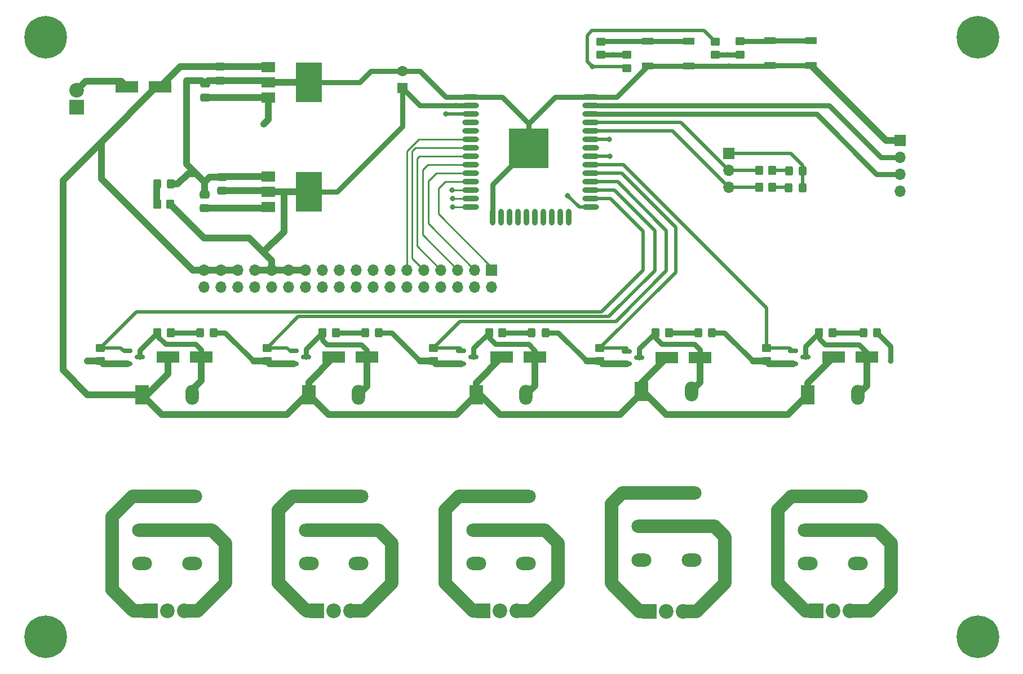
<source format=gbr>
%TF.GenerationSoftware,KiCad,Pcbnew,(6.0.5)*%
%TF.CreationDate,2022-06-14T15:57:39+02:00*%
%TF.ProjectId,SmartWatering,536d6172-7457-4617-9465-72696e672e6b,rev?*%
%TF.SameCoordinates,Original*%
%TF.FileFunction,Copper,L1,Top*%
%TF.FilePolarity,Positive*%
%FSLAX46Y46*%
G04 Gerber Fmt 4.6, Leading zero omitted, Abs format (unit mm)*
G04 Created by KiCad (PCBNEW (6.0.5)) date 2022-06-14 15:57:39*
%MOMM*%
%LPD*%
G01*
G04 APERTURE LIST*
G04 Aperture macros list*
%AMRoundRect*
0 Rectangle with rounded corners*
0 $1 Rounding radius*
0 $2 $3 $4 $5 $6 $7 $8 $9 X,Y pos of 4 corners*
0 Add a 4 corners polygon primitive as box body*
4,1,4,$2,$3,$4,$5,$6,$7,$8,$9,$2,$3,0*
0 Add four circle primitives for the rounded corners*
1,1,$1+$1,$2,$3*
1,1,$1+$1,$4,$5*
1,1,$1+$1,$6,$7*
1,1,$1+$1,$8,$9*
0 Add four rect primitives between the rounded corners*
20,1,$1+$1,$2,$3,$4,$5,0*
20,1,$1+$1,$4,$5,$6,$7,0*
20,1,$1+$1,$6,$7,$8,$9,0*
20,1,$1+$1,$8,$9,$2,$3,0*%
G04 Aperture macros list end*
%TA.AperFunction,SMDPad,CuDef*%
%ADD10R,2.000000X1.500000*%
%TD*%
%TA.AperFunction,SMDPad,CuDef*%
%ADD11R,4.000000X6.000000*%
%TD*%
%TA.AperFunction,ComponentPad*%
%ADD12O,3.000000X2.000000*%
%TD*%
%TA.AperFunction,ComponentPad*%
%ADD13R,2.000000X3.000000*%
%TD*%
%TA.AperFunction,ComponentPad*%
%ADD14O,2.000000X3.000000*%
%TD*%
%TA.AperFunction,ComponentPad*%
%ADD15R,1.700000X1.700000*%
%TD*%
%TA.AperFunction,ComponentPad*%
%ADD16O,1.700000X1.700000*%
%TD*%
%TA.AperFunction,SMDPad,CuDef*%
%ADD17RoundRect,0.250000X-0.350000X-0.450000X0.350000X-0.450000X0.350000X0.450000X-0.350000X0.450000X0*%
%TD*%
%TA.AperFunction,SMDPad,CuDef*%
%ADD18RoundRect,0.250000X0.325000X0.450000X-0.325000X0.450000X-0.325000X-0.450000X0.325000X-0.450000X0*%
%TD*%
%TA.AperFunction,ComponentPad*%
%ADD19C,0.800000*%
%TD*%
%TA.AperFunction,ComponentPad*%
%ADD20C,6.400000*%
%TD*%
%TA.AperFunction,SMDPad,CuDef*%
%ADD21RoundRect,0.150000X-0.587500X-0.150000X0.587500X-0.150000X0.587500X0.150000X-0.587500X0.150000X0*%
%TD*%
%TA.AperFunction,ComponentPad*%
%ADD22R,2.200000X2.200000*%
%TD*%
%TA.AperFunction,ComponentPad*%
%ADD23C,2.200000*%
%TD*%
%TA.AperFunction,ComponentPad*%
%ADD24R,1.600000X1.600000*%
%TD*%
%TA.AperFunction,ComponentPad*%
%ADD25C,1.600000*%
%TD*%
%TA.AperFunction,SMDPad,CuDef*%
%ADD26R,3.500000X1.800000*%
%TD*%
%TA.AperFunction,SMDPad,CuDef*%
%ADD27RoundRect,0.250000X-0.450000X0.350000X-0.450000X-0.350000X0.450000X-0.350000X0.450000X0.350000X0*%
%TD*%
%TA.AperFunction,SMDPad,CuDef*%
%ADD28RoundRect,0.250000X0.450000X-0.350000X0.450000X0.350000X-0.450000X0.350000X-0.450000X-0.350000X0*%
%TD*%
%TA.AperFunction,SMDPad,CuDef*%
%ADD29RoundRect,0.250000X0.475000X-0.337500X0.475000X0.337500X-0.475000X0.337500X-0.475000X-0.337500X0*%
%TD*%
%TA.AperFunction,SMDPad,CuDef*%
%ADD30R,1.800000X1.100000*%
%TD*%
%TA.AperFunction,SMDPad,CuDef*%
%ADD31RoundRect,0.250000X0.350000X0.450000X-0.350000X0.450000X-0.350000X-0.450000X0.350000X-0.450000X0*%
%TD*%
%TA.AperFunction,SMDPad,CuDef*%
%ADD32O,2.500000X0.900000*%
%TD*%
%TA.AperFunction,SMDPad,CuDef*%
%ADD33O,0.900000X2.500000*%
%TD*%
%TA.AperFunction,SMDPad,CuDef*%
%ADD34R,6.000000X6.000000*%
%TD*%
%TA.AperFunction,SMDPad,CuDef*%
%ADD35RoundRect,0.250000X-0.475000X0.337500X-0.475000X-0.337500X0.475000X-0.337500X0.475000X0.337500X0*%
%TD*%
%TA.AperFunction,ViaPad*%
%ADD36C,0.800000*%
%TD*%
%TA.AperFunction,Conductor*%
%ADD37C,2.000000*%
%TD*%
%TA.AperFunction,Conductor*%
%ADD38C,0.750000*%
%TD*%
%TA.AperFunction,Conductor*%
%ADD39C,1.000000*%
%TD*%
%TA.AperFunction,Conductor*%
%ADD40C,0.500000*%
%TD*%
%TA.AperFunction,Conductor*%
%ADD41C,0.250000*%
%TD*%
G04 APERTURE END LIST*
D10*
%TO.P,U2,1,IN*%
%TO.N,VDD*%
X58428900Y-29501200D03*
%TO.P,U2,2,GND*%
%TO.N,GND*%
X58428900Y-31801200D03*
D11*
X64578900Y-31801200D03*
D10*
%TO.P,U2,3,OUT*%
%TO.N,+5V*%
X58428900Y-34101200D03*
%TD*%
%TO.P,U3,1,GND*%
%TO.N,GND*%
X58428900Y-45925000D03*
%TO.P,U3,2,VO*%
%TO.N,+3V3*%
X58428900Y-48225000D03*
D11*
X64578900Y-48225000D03*
D10*
%TO.P,U3,3,VI*%
%TO.N,VDD*%
X58428900Y-50525000D03*
%TD*%
D12*
%TO.P,K2,11*%
%TO.N,Net-(J2-Pad3)*%
X72000000Y-99000000D03*
X64500000Y-99000000D03*
%TO.P,K2,12*%
%TO.N,Net-(J2-Pad1)*%
X64500000Y-93960000D03*
X72000000Y-93960000D03*
%TO.P,K2,14*%
%TO.N,Net-(J2-Pad2)*%
X72000000Y-104040000D03*
X64500000Y-104040000D03*
D13*
%TO.P,K2,A1*%
%TO.N,VDD*%
X64500000Y-78700000D03*
D14*
%TO.P,K2,A2*%
%TO.N,Net-(D2-Pad1)*%
X72000000Y-78700000D03*
%TD*%
D15*
%TO.P,J8,1,Pin_1*%
%TO.N,GND*%
X127630000Y-42470000D03*
D16*
%TO.P,J8,2,Pin_2*%
%TO.N,/RX*%
X127630000Y-45010000D03*
%TO.P,J8,3,Pin_3*%
%TO.N,/TX*%
X127630000Y-47550000D03*
%TD*%
D17*
%TO.P,R11,1*%
%TO.N,Net-(D1-Pad1)*%
X41757500Y-69360000D03*
%TO.P,R11,2*%
%TO.N,Net-(D8-Pad2)*%
X43757500Y-69360000D03*
%TD*%
D18*
%TO.P,D9,1,K*%
%TO.N,GND*%
X75036668Y-69360000D03*
%TO.P,D9,2,A*%
%TO.N,Net-(D9-Pad2)*%
X72986668Y-69360000D03*
%TD*%
D19*
%TO.P, ,1*%
%TO.N,N/C*%
X23302944Y-26697056D03*
X25000000Y-27400000D03*
D20*
X25000000Y-25000000D03*
D19*
X26697056Y-26697056D03*
X27400000Y-25000000D03*
X23302944Y-23302944D03*
X22600000Y-25000000D03*
X25000000Y-22600000D03*
X26697056Y-23302944D03*
%TD*%
D21*
%TO.P,Q3,1,G*%
%TO.N,/Relay3*%
X87402500Y-72120000D03*
%TO.P,Q3,2,S*%
%TO.N,GND*%
X87402500Y-74020000D03*
%TO.P,Q3,3,D*%
%TO.N,Net-(D3-Pad1)*%
X89277500Y-73070000D03*
%TD*%
D18*
%TO.P,D8,1,K*%
%TO.N,GND*%
X50224168Y-69360000D03*
%TO.P,D8,2,A*%
%TO.N,Net-(D8-Pad2)*%
X48174168Y-69360000D03*
%TD*%
D21*
%TO.P,Q4,1,G*%
%TO.N,/Relay4*%
X112312500Y-72140000D03*
%TO.P,Q4,2,S*%
%TO.N,GND*%
X112312500Y-74040000D03*
%TO.P,Q4,3,D*%
%TO.N,Net-(D4-Pad1)*%
X114187500Y-73090000D03*
%TD*%
D22*
%TO.P,J4,1,Pin_1*%
%TO.N,Net-(J4-Pad1)*%
X115710000Y-111190000D03*
D23*
%TO.P,J4,2,Pin_2*%
%TO.N,Net-(J4-Pad2)*%
X118250000Y-111190000D03*
%TO.P,J4,3,Pin_3*%
%TO.N,Net-(J4-Pad3)*%
X120790000Y-111190000D03*
%TD*%
D24*
%TO.P,C1,1*%
%TO.N,+3V3*%
X78610000Y-32622380D03*
D25*
%TO.P,C1,2*%
%TO.N,GND*%
X78610000Y-30122380D03*
%TD*%
D12*
%TO.P,K3,11*%
%TO.N,Net-(J3-Pad3)*%
X97170000Y-99000000D03*
X89670000Y-99000000D03*
%TO.P,K3,12*%
%TO.N,Net-(J3-Pad1)*%
X97170000Y-93960000D03*
X89670000Y-93960000D03*
%TO.P,K3,14*%
%TO.N,Net-(J3-Pad2)*%
X89670000Y-104040000D03*
X97170000Y-104040000D03*
D13*
%TO.P,K3,A1*%
%TO.N,VDD*%
X89670000Y-78700000D03*
D14*
%TO.P,K3,A2*%
%TO.N,Net-(D3-Pad1)*%
X97170000Y-78700000D03*
%TD*%
D15*
%TO.P,J9,1,Pin_1*%
%TO.N,/IO26*%
X91985000Y-59955000D03*
D16*
%TO.P,J9,2,Pin_2*%
%TO.N,/IO27*%
X91985000Y-62495000D03*
%TO.P,J9,3,Pin_3*%
%TO.N,/IO25*%
X89445000Y-59955000D03*
%TO.P,J9,4,Pin_4*%
%TO.N,/IO14*%
X89445000Y-62495000D03*
%TO.P,J9,5,Pin_5*%
%TO.N,/IO33*%
X86905000Y-59955000D03*
%TO.P,J9,6,Pin_6*%
%TO.N,/IO12*%
X86905000Y-62495000D03*
%TO.P,J9,7,Pin_7*%
%TO.N,/IO32*%
X84365000Y-59955000D03*
%TO.P,J9,8,Pin_8*%
%TO.N,/IO21*%
X84365000Y-62495000D03*
%TO.P,J9,9,Pin_9*%
%TO.N,/IO35*%
X81825000Y-59955000D03*
%TO.P,J9,10,Pin_10*%
%TO.N,/IO19*%
X81825000Y-62495000D03*
%TO.P,J9,11,Pin_11*%
%TO.N,/IO34*%
X79285000Y-59955000D03*
%TO.P,J9,12,Pin_12*%
%TO.N,GND*%
X79285000Y-62495000D03*
%TO.P,J9,13,Pin_13*%
%TO.N,+5V*%
X76745000Y-59955000D03*
%TO.P,J9,14,Pin_14*%
%TO.N,GND*%
X76745000Y-62495000D03*
%TO.P,J9,15,Pin_15*%
%TO.N,+5V*%
X74205000Y-59955000D03*
%TO.P,J9,16,Pin_16*%
%TO.N,GND*%
X74205000Y-62495000D03*
%TO.P,J9,17,Pin_17*%
%TO.N,+5V*%
X71665000Y-59955000D03*
%TO.P,J9,18,Pin_18*%
%TO.N,GND*%
X71665000Y-62495000D03*
%TO.P,J9,19,Pin_19*%
%TO.N,+5V*%
X69125000Y-59955000D03*
%TO.P,J9,20,Pin_20*%
%TO.N,GND*%
X69125000Y-62495000D03*
%TO.P,J9,21,Pin_21*%
%TO.N,+5V*%
X66585000Y-59955000D03*
%TO.P,J9,22,Pin_22*%
%TO.N,GND*%
X66585000Y-62495000D03*
%TO.P,J9,23,Pin_23*%
%TO.N,+3V3*%
X64045000Y-59955000D03*
%TO.P,J9,24,Pin_24*%
%TO.N,GND*%
X64045000Y-62495000D03*
%TO.P,J9,25,Pin_25*%
%TO.N,+3V3*%
X61505000Y-59955000D03*
%TO.P,J9,26,Pin_26*%
%TO.N,GND*%
X61505000Y-62495000D03*
%TO.P,J9,27,Pin_27*%
%TO.N,+3V3*%
X58965000Y-59955000D03*
%TO.P,J9,28,Pin_28*%
%TO.N,GND*%
X58965000Y-62495000D03*
%TO.P,J9,29,Pin_29*%
%TO.N,+3V3*%
X56425000Y-59955000D03*
%TO.P,J9,30,Pin_30*%
%TO.N,GND*%
X56425000Y-62495000D03*
%TO.P,J9,31,Pin_31*%
%TO.N,VDD*%
X53885000Y-59955000D03*
%TO.P,J9,32,Pin_32*%
%TO.N,GND*%
X53885000Y-62495000D03*
%TO.P,J9,33,Pin_33*%
%TO.N,VDD*%
X51345000Y-59955000D03*
%TO.P,J9,34,Pin_34*%
%TO.N,GND*%
X51345000Y-62495000D03*
%TO.P,J9,35,Pin_35*%
%TO.N,VDD*%
X48805000Y-59955000D03*
%TO.P,J9,36*%
%TO.N,N/C*%
X48805000Y-62495000D03*
%TD*%
D12*
%TO.P,K1,11*%
%TO.N,Net-(J1-Pad3)*%
X47000000Y-99000000D03*
X39500000Y-99000000D03*
%TO.P,K1,12*%
%TO.N,Net-(J1-Pad1)*%
X47000000Y-93960000D03*
X39500000Y-93960000D03*
%TO.P,K1,14*%
%TO.N,Net-(J1-Pad2)*%
X47000000Y-104040000D03*
X39500000Y-104040000D03*
D13*
%TO.P,K1,A1*%
%TO.N,VDD*%
X39500000Y-78700000D03*
D14*
%TO.P,K1,A2*%
%TO.N,Net-(D1-Pad1)*%
X47000000Y-78700000D03*
%TD*%
D26*
%TO.P,D2,1,A*%
%TO.N,Net-(D2-Pad1)*%
X73290000Y-73070000D03*
%TO.P,D2,2,K*%
%TO.N,VDD*%
X68290000Y-73070000D03*
%TD*%
D22*
%TO.P,J6,1,Pin_1*%
%TO.N,GND*%
X29688900Y-35506200D03*
D23*
%TO.P,J6,2,Pin_2*%
%TO.N,Net-(D6-Pad1)*%
X29688900Y-32966200D03*
%TD*%
D19*
%TO.P, ,1*%
%TO.N,N/C*%
X22600000Y-115000000D03*
X25000000Y-112600000D03*
X25000000Y-117400000D03*
D20*
X25000000Y-115000000D03*
D19*
X23302944Y-116697056D03*
X26697056Y-116697056D03*
X27400000Y-115000000D03*
X26697056Y-113302944D03*
X23302944Y-113302944D03*
%TD*%
D21*
%TO.P,Q5,1,G*%
%TO.N,/Relay5*%
X137232500Y-72120000D03*
%TO.P,Q5,2,S*%
%TO.N,GND*%
X137232500Y-74020000D03*
%TO.P,Q5,3,D*%
%TO.N,Net-(D5-Pad1)*%
X139107500Y-73070000D03*
%TD*%
D26*
%TO.P,D5,1,A*%
%TO.N,Net-(D5-Pad1)*%
X148330000Y-73070000D03*
%TO.P,D5,2,K*%
%TO.N,VDD*%
X143330000Y-73070000D03*
%TD*%
D27*
%TO.P,R9,1*%
%TO.N,/Relay4*%
X108250000Y-71660000D03*
%TO.P,R9,2*%
%TO.N,GND*%
X108250000Y-73660000D03*
%TD*%
D28*
%TO.P,R1,1*%
%TO.N,/IO0*%
X108380000Y-27680000D03*
%TO.P,R1,2*%
%TO.N,Net-(R1-Pad2)*%
X108380000Y-25680000D03*
%TD*%
D29*
%TO.P,C4,1*%
%TO.N,VDD*%
X48900000Y-50707500D03*
%TO.P,C4,2*%
%TO.N,GND*%
X48900000Y-48632500D03*
%TD*%
D28*
%TO.P,R3,1*%
%TO.N,/EN*%
X129330000Y-27640000D03*
%TO.P,R3,2*%
%TO.N,Net-(R3-Pad2)*%
X129330000Y-25640000D03*
%TD*%
D29*
%TO.P,C3,1*%
%TO.N,+5V*%
X48917300Y-34040000D03*
%TO.P,C3,2*%
%TO.N,GND*%
X48917300Y-31965000D03*
%TD*%
D12*
%TO.P,K5,11*%
%TO.N,Net-(J5-Pad3)*%
X139500000Y-99000000D03*
X147000000Y-99000000D03*
%TO.P,K5,12*%
%TO.N,Net-(J5-Pad1)*%
X139500000Y-93960000D03*
X147000000Y-93960000D03*
%TO.P,K5,14*%
%TO.N,Net-(J5-Pad2)*%
X147000000Y-104040000D03*
X139500000Y-104040000D03*
D13*
%TO.P,K5,A1*%
%TO.N,VDD*%
X139500000Y-78700000D03*
D14*
%TO.P,K5,A2*%
%TO.N,Net-(D5-Pad1)*%
X147000000Y-78700000D03*
%TD*%
D12*
%TO.P,K4,11*%
%TO.N,Net-(J4-Pad3)*%
X122000000Y-98470000D03*
X114500000Y-98470000D03*
%TO.P,K4,12*%
%TO.N,Net-(J4-Pad1)*%
X122000000Y-93430000D03*
X114500000Y-93430000D03*
%TO.P,K4,14*%
%TO.N,Net-(J4-Pad2)*%
X114500000Y-103510000D03*
X122000000Y-103510000D03*
D13*
%TO.P,K4,A1*%
%TO.N,VDD*%
X114500000Y-78170000D03*
D14*
%TO.P,K4,A2*%
%TO.N,Net-(D4-Pad1)*%
X122000000Y-78170000D03*
%TD*%
D28*
%TO.P,R2,1*%
%TO.N,+3V3*%
X112250000Y-29640000D03*
%TO.P,R2,2*%
%TO.N,/IO0*%
X112250000Y-27640000D03*
%TD*%
D30*
%TO.P,S2,1,1*%
%TO.N,Net-(R3-Pad2)*%
X133790000Y-25540000D03*
X139990000Y-25540000D03*
%TO.P,S2,2,2*%
%TO.N,GND*%
X139990000Y-29240000D03*
X133790000Y-29240000D03*
%TD*%
%TO.P,S1,1,1*%
%TO.N,Net-(R1-Pad2)*%
X121600000Y-25650000D03*
X115400000Y-25650000D03*
%TO.P,S1,2,2*%
%TO.N,GND*%
X121600000Y-29350000D03*
X115400000Y-29350000D03*
%TD*%
D29*
%TO.P,C5,1*%
%TO.N,+3V3*%
X51460000Y-48077500D03*
%TO.P,C5,2*%
%TO.N,GND*%
X51460000Y-46002500D03*
%TD*%
D26*
%TO.P,D4,1,A*%
%TO.N,Net-(D4-Pad1)*%
X123330000Y-73090000D03*
%TO.P,D4,2,K*%
%TO.N,VDD*%
X118330000Y-73090000D03*
%TD*%
D22*
%TO.P,J1,1,Pin_1*%
%TO.N,Net-(J1-Pad1)*%
X40710000Y-111170000D03*
D23*
%TO.P,J1,2,Pin_2*%
%TO.N,Net-(J1-Pad2)*%
X43250000Y-111170000D03*
%TO.P,J1,3,Pin_3*%
%TO.N,Net-(J1-Pad3)*%
X45790000Y-111170000D03*
%TD*%
D26*
%TO.P,D6,1,A*%
%TO.N,Net-(D6-Pad1)*%
X37188900Y-32506200D03*
%TO.P,D6,2,K*%
%TO.N,VDD*%
X42188900Y-32506200D03*
%TD*%
D31*
%TO.P,R5,1*%
%TO.N,+3V3*%
X43728900Y-50101200D03*
%TO.P,R5,2*%
%TO.N,Net-(D7-Pad2)*%
X41728900Y-50101200D03*
%TD*%
D17*
%TO.P,R15,1*%
%TO.N,Net-(D5-Pad1)*%
X141200826Y-69360000D03*
%TO.P,R15,2*%
%TO.N,Net-(D12-Pad2)*%
X143200826Y-69360000D03*
%TD*%
D19*
%TO.P, ,1*%
%TO.N,N/C*%
X166697056Y-116697056D03*
X166697056Y-113302944D03*
X165000000Y-112600000D03*
X163302944Y-116697056D03*
X165000000Y-117400000D03*
X162600000Y-115000000D03*
X163302944Y-113302944D03*
D20*
X165000000Y-115000000D03*
D19*
X167400000Y-115000000D03*
%TD*%
D18*
%TO.P,D14,1,K*%
%TO.N,GND*%
X138695000Y-45050000D03*
%TO.P,D14,2,A*%
%TO.N,Net-(D14-Pad2)*%
X136645000Y-45050000D03*
%TD*%
D32*
%TO.P,U1,1,GND*%
%TO.N,GND*%
X88860000Y-34000000D03*
%TO.P,U1,2,3V3*%
%TO.N,+3V3*%
X88860000Y-35270000D03*
%TO.P,U1,3,EN*%
%TO.N,/EN*%
X88860000Y-36540000D03*
%TO.P,U1,4,SENSOR_VP*%
%TO.N,unconnected-(U1-Pad4)*%
X88860000Y-37810000D03*
%TO.P,U1,5,SENSOR_VN*%
%TO.N,unconnected-(U1-Pad5)*%
X88860000Y-39080000D03*
%TO.P,U1,6,IO34*%
%TO.N,/IO34*%
X88860000Y-40350000D03*
%TO.P,U1,7,IO35*%
%TO.N,/IO35*%
X88860000Y-41620000D03*
%TO.P,U1,8,IO32*%
%TO.N,/IO32*%
X88860000Y-42890000D03*
%TO.P,U1,9,IO33*%
%TO.N,/IO33*%
X88860000Y-44160000D03*
%TO.P,U1,10,IO25*%
%TO.N,/IO25*%
X88860000Y-45430000D03*
%TO.P,U1,11,IO26*%
%TO.N,/IO26*%
X88860000Y-46700000D03*
%TO.P,U1,12,IO27*%
%TO.N,/IO27*%
X88860000Y-47970000D03*
%TO.P,U1,13,IO14*%
%TO.N,/IO14*%
X88860000Y-49240000D03*
%TO.P,U1,14,IO12*%
%TO.N,/IO12*%
X88860000Y-50510000D03*
D33*
%TO.P,U1,15,GND*%
%TO.N,GND*%
X92145000Y-52000000D03*
%TO.P,U1,16,IO13*%
%TO.N,unconnected-(U1-Pad16)*%
X93415000Y-52000000D03*
%TO.P,U1,17,SD2*%
%TO.N,unconnected-(U1-Pad17)*%
X94685000Y-52000000D03*
%TO.P,U1,18,SD3*%
%TO.N,unconnected-(U1-Pad18)*%
X95955000Y-52000000D03*
%TO.P,U1,19,CMD*%
%TO.N,unconnected-(U1-Pad19)*%
X97225000Y-52000000D03*
%TO.P,U1,20,CLK*%
%TO.N,unconnected-(U1-Pad20)*%
X98495000Y-52000000D03*
%TO.P,U1,21,SDO*%
%TO.N,unconnected-(U1-Pad21)*%
X99765000Y-52000000D03*
%TO.P,U1,22,SD1*%
%TO.N,unconnected-(U1-Pad22)*%
X101035000Y-52000000D03*
%TO.P,U1,23,IO15*%
%TO.N,unconnected-(U1-Pad23)*%
X102305000Y-52000000D03*
%TO.P,U1,24,IO2*%
%TO.N,unconnected-(U1-Pad24)*%
X103575000Y-52000000D03*
D32*
%TO.P,U1,25,IO0*%
%TO.N,/IO0*%
X106860000Y-50510000D03*
%TO.P,U1,26,IO4*%
%TO.N,/Relay1*%
X106860000Y-49240000D03*
%TO.P,U1,27,IO16*%
%TO.N,/Relay2*%
X106860000Y-47970000D03*
%TO.P,U1,28,IO17*%
%TO.N,/Relay3*%
X106860000Y-46700000D03*
%TO.P,U1,29,IO5*%
%TO.N,/Relay4*%
X106860000Y-45430000D03*
%TO.P,U1,30,IO18*%
%TO.N,/Relay5*%
X106860000Y-44160000D03*
%TO.P,U1,31,IO19*%
%TO.N,/IO19*%
X106860000Y-42890000D03*
%TO.P,U1,32,NC*%
%TO.N,unconnected-(U1-Pad32)*%
X106860000Y-41620000D03*
%TO.P,U1,33,IO21*%
%TO.N,/IO21*%
X106860000Y-40350000D03*
%TO.P,U1,34,RXD0*%
%TO.N,/TX*%
X106860000Y-39080000D03*
%TO.P,U1,35,TXD0*%
%TO.N,/RX*%
X106860000Y-37810000D03*
%TO.P,U1,36,IO22*%
%TO.N,/Trig*%
X106860000Y-36540000D03*
%TO.P,U1,37,IO23*%
%TO.N,/Echo*%
X106860000Y-35270000D03*
%TO.P,U1,38,GND*%
%TO.N,GND*%
X106860000Y-34000000D03*
D34*
%TO.P,U1,39,GND-PAD*%
X97560000Y-41700000D03*
%TD*%
D27*
%TO.P,R10,1*%
%TO.N,/Relay5*%
X133250000Y-71660000D03*
%TO.P,R10,2*%
%TO.N,GND*%
X133250000Y-73660000D03*
%TD*%
D18*
%TO.P,D12,1,K*%
%TO.N,GND*%
X149882500Y-69360000D03*
%TO.P,D12,2,A*%
%TO.N,Net-(D12-Pad2)*%
X147832500Y-69360000D03*
%TD*%
D22*
%TO.P,J2,1,Pin_1*%
%TO.N,Net-(J2-Pad1)*%
X65710000Y-111170000D03*
D23*
%TO.P,J2,2,Pin_2*%
%TO.N,Net-(J2-Pad2)*%
X68250000Y-111170000D03*
%TO.P,J2,3,Pin_3*%
%TO.N,Net-(J2-Pad3)*%
X70790000Y-111170000D03*
%TD*%
D15*
%TO.P,J7,1,Pin_1*%
%TO.N,GND*%
X153380000Y-40490000D03*
D16*
%TO.P,J7,2,Pin_2*%
%TO.N,/Echo*%
X153380000Y-43030000D03*
%TO.P,J7,3,Pin_3*%
%TO.N,/Trig*%
X153380000Y-45570000D03*
%TO.P,J7,4,Pin_4*%
%TO.N,+5V*%
X153380000Y-48110000D03*
%TD*%
D17*
%TO.P,R14,1*%
%TO.N,Net-(D4-Pad1)*%
X116620000Y-69360000D03*
%TO.P,R14,2*%
%TO.N,Net-(D11-Pad2)*%
X118620000Y-69360000D03*
%TD*%
D27*
%TO.P,R7,1*%
%TO.N,/Relay2*%
X58250000Y-71660000D03*
%TO.P,R7,2*%
%TO.N,GND*%
X58250000Y-73660000D03*
%TD*%
D21*
%TO.P,Q1,1,G*%
%TO.N,/Relay1*%
X37232500Y-72120000D03*
%TO.P,Q1,2,S*%
%TO.N,GND*%
X37232500Y-74020000D03*
%TO.P,Q1,3,D*%
%TO.N,Net-(D1-Pad1)*%
X39107500Y-73070000D03*
%TD*%
D26*
%TO.P,D1,1,A*%
%TO.N,Net-(D1-Pad1)*%
X48330000Y-73070000D03*
%TO.P,D1,2,K*%
%TO.N,VDD*%
X43330000Y-73070000D03*
%TD*%
D22*
%TO.P,J3,1,Pin_1*%
%TO.N,Net-(J3-Pad1)*%
X90710000Y-111170000D03*
D23*
%TO.P,J3,2,Pin_2*%
%TO.N,Net-(J3-Pad2)*%
X93250000Y-111170000D03*
%TO.P,J3,3,Pin_3*%
%TO.N,Net-(J3-Pad3)*%
X95790000Y-111170000D03*
%TD*%
D17*
%TO.P,R16,1*%
%TO.N,/TX*%
X132150000Y-47550000D03*
%TO.P,R16,2*%
%TO.N,Net-(D13-Pad2)*%
X134150000Y-47550000D03*
%TD*%
D22*
%TO.P,J5,1,Pin_1*%
%TO.N,Net-(J5-Pad1)*%
X140710000Y-111170000D03*
D23*
%TO.P,J5,2,Pin_2*%
%TO.N,Net-(J5-Pad2)*%
X143250000Y-111170000D03*
%TO.P,J5,3,Pin_3*%
%TO.N,Net-(J5-Pad3)*%
X145790000Y-111170000D03*
%TD*%
D26*
%TO.P,D3,1,A*%
%TO.N,Net-(D3-Pad1)*%
X98500000Y-73070000D03*
%TO.P,D3,2,K*%
%TO.N,VDD*%
X93500000Y-73070000D03*
%TD*%
D27*
%TO.P,R4,1*%
%TO.N,+3V3*%
X125600000Y-25670000D03*
%TO.P,R4,2*%
%TO.N,/EN*%
X125600000Y-27670000D03*
%TD*%
D18*
%TO.P,D10,1,K*%
%TO.N,GND*%
X100056668Y-69360000D03*
%TO.P,D10,2,A*%
%TO.N,Net-(D10-Pad2)*%
X98006668Y-69360000D03*
%TD*%
D19*
%TO.P, ,1*%
%TO.N,N/C*%
X162600000Y-25000000D03*
X165000000Y-22600000D03*
X163302944Y-23302944D03*
X163302944Y-26697056D03*
X165000000Y-27400000D03*
D20*
X165000000Y-25000000D03*
D19*
X167400000Y-25000000D03*
X166697056Y-23302944D03*
X166697056Y-26697056D03*
%TD*%
D18*
%TO.P,D7,1,K*%
%TO.N,GND*%
X43823900Y-47041200D03*
%TO.P,D7,2,A*%
%TO.N,Net-(D7-Pad2)*%
X41773900Y-47041200D03*
%TD*%
%TO.P,D11,1,K*%
%TO.N,GND*%
X125086668Y-69360000D03*
%TO.P,D11,2,A*%
%TO.N,Net-(D11-Pad2)*%
X123036668Y-69360000D03*
%TD*%
D35*
%TO.P,C2,1*%
%TO.N,VDD*%
X51188900Y-29431200D03*
%TO.P,C2,2*%
%TO.N,GND*%
X51188900Y-31506200D03*
%TD*%
D27*
%TO.P,R6,1*%
%TO.N,/Relay1*%
X33250000Y-71660000D03*
%TO.P,R6,2*%
%TO.N,GND*%
X33250000Y-73660000D03*
%TD*%
%TO.P,R8,1*%
%TO.N,/Relay3*%
X83250000Y-71660000D03*
%TO.P,R8,2*%
%TO.N,GND*%
X83250000Y-73660000D03*
%TD*%
D18*
%TO.P,D13,1,K*%
%TO.N,GND*%
X138667500Y-47600000D03*
%TO.P,D13,2,A*%
%TO.N,Net-(D13-Pad2)*%
X136617500Y-47600000D03*
%TD*%
D17*
%TO.P,R12,1*%
%TO.N,Net-(D2-Pad1)*%
X66570000Y-69360000D03*
%TO.P,R12,2*%
%TO.N,Net-(D9-Pad2)*%
X68570000Y-69360000D03*
%TD*%
%TO.P,R17,1*%
%TO.N,/RX*%
X132170000Y-44980000D03*
%TO.P,R17,2*%
%TO.N,Net-(D14-Pad2)*%
X134170000Y-44980000D03*
%TD*%
D21*
%TO.P,Q2,1,G*%
%TO.N,/Relay2*%
X62232500Y-72120000D03*
%TO.P,Q2,2,S*%
%TO.N,GND*%
X62232500Y-74020000D03*
%TO.P,Q2,3,D*%
%TO.N,Net-(D2-Pad1)*%
X64107500Y-73070000D03*
%TD*%
D17*
%TO.P,R13,1*%
%TO.N,Net-(D3-Pad1)*%
X91590000Y-69360000D03*
%TO.P,R13,2*%
%TO.N,Net-(D10-Pad2)*%
X93590000Y-69360000D03*
%TD*%
D36*
%TO.N,/IO0*%
X110280000Y-27640000D03*
%TO.N,GND*%
X46188900Y-31506200D03*
%TO.N,VDD*%
X53292500Y-50707500D03*
%TO.N,+3V3*%
X86650000Y-35270000D03*
%TO.N,+5V*%
X57733700Y-38046100D03*
%TO.N,+3V3*%
X107100000Y-29420000D03*
%TO.N,GND*%
X127640000Y-29350000D03*
X151910000Y-73630000D03*
X31250000Y-73660000D03*
X131250000Y-73660000D03*
X106250000Y-73660000D03*
X81250000Y-73660000D03*
X56250000Y-73660000D03*
%TO.N,/IO0*%
X103440000Y-48790000D03*
%TO.N,/EN*%
X127440000Y-27670000D03*
X85110000Y-36560000D03*
%TO.N,/IO27*%
X86040000Y-47970000D03*
%TO.N,/IO14*%
X86090000Y-49240000D03*
%TO.N,/IO12*%
X86140000Y-50510000D03*
%TO.N,/IO19*%
X109760000Y-42890000D03*
%TO.N,/IO21*%
X109635000Y-40325000D03*
%TD*%
D37*
%TO.N,Net-(J1-Pad1)*%
X47000000Y-93960000D02*
X39500000Y-93960000D01*
X38040000Y-93960000D02*
X35000000Y-97000000D01*
X39500000Y-93960000D02*
X38040000Y-93960000D01*
X35000000Y-97000000D02*
X35000000Y-108000000D01*
X35000000Y-108000000D02*
X38170000Y-111170000D01*
X38170000Y-111170000D02*
X40710000Y-111170000D01*
D38*
%TO.N,/IO0*%
X110280000Y-27640000D02*
X108420000Y-27640000D01*
%TO.N,+3V3*%
X68775000Y-48225000D02*
X64578900Y-48225000D01*
X78610000Y-32622380D02*
X78610000Y-38390000D01*
X78610000Y-38390000D02*
X68775000Y-48225000D01*
D39*
X60775000Y-54225000D02*
X57705000Y-57295000D01*
X60775000Y-48225000D02*
X60775000Y-54225000D01*
X57705000Y-57295000D02*
X55560000Y-55150000D01*
X58965000Y-58555000D02*
X57705000Y-57295000D01*
X60775000Y-48225000D02*
X64409379Y-48225000D01*
X58428900Y-48225000D02*
X60775000Y-48225000D01*
D38*
%TO.N,GND*%
X72198800Y-31801200D02*
X64578900Y-31801200D01*
X78610000Y-30122380D02*
X73877620Y-30122380D01*
X73877620Y-30122380D02*
X72198800Y-31801200D01*
D39*
X58428900Y-31801200D02*
X64409379Y-31801200D01*
D37*
%TO.N,Net-(J5-Pad3)*%
X152000000Y-108000000D02*
X148830000Y-111170000D01*
X148830000Y-111170000D02*
X145790000Y-111170000D01*
X150000000Y-99000000D02*
X152000000Y-101000000D01*
X152000000Y-101000000D02*
X152000000Y-108000000D01*
X147000000Y-99000000D02*
X150000000Y-99000000D01*
X139500000Y-99000000D02*
X147000000Y-99000000D01*
%TO.N,Net-(J5-Pad1)*%
X139170000Y-111170000D02*
X140710000Y-111170000D01*
X135000000Y-107000000D02*
X139170000Y-111170000D01*
X135000000Y-96000000D02*
X135000000Y-107000000D01*
X137040000Y-93960000D02*
X135000000Y-96000000D01*
X139500000Y-93960000D02*
X137040000Y-93960000D01*
X147000000Y-93960000D02*
X139500000Y-93960000D01*
%TO.N,Net-(J4-Pad3)*%
X127000000Y-107000000D02*
X122810000Y-111190000D01*
X127000000Y-100000000D02*
X127000000Y-107000000D01*
X122810000Y-111190000D02*
X120790000Y-111190000D01*
X125470000Y-98470000D02*
X127000000Y-100000000D01*
X122000000Y-98470000D02*
X125470000Y-98470000D01*
X114500000Y-98470000D02*
X122000000Y-98470000D01*
%TO.N,Net-(J4-Pad1)*%
X110000000Y-107000000D02*
X114190000Y-111190000D01*
X110000000Y-95000000D02*
X110000000Y-107000000D01*
X111570000Y-93430000D02*
X110000000Y-95000000D01*
X114500000Y-93430000D02*
X111570000Y-93430000D01*
X114190000Y-111190000D02*
X115710000Y-111190000D01*
X122000000Y-93430000D02*
X114500000Y-93430000D01*
%TO.N,Net-(J3-Pad3)*%
X97830000Y-111170000D02*
X95790000Y-111170000D01*
X102000000Y-107000000D02*
X97830000Y-111170000D01*
X102000000Y-101000000D02*
X102000000Y-107000000D01*
X100000000Y-99000000D02*
X102000000Y-101000000D01*
X97170000Y-99000000D02*
X100000000Y-99000000D01*
X89670000Y-99000000D02*
X97170000Y-99000000D01*
%TO.N,Net-(J3-Pad1)*%
X85000000Y-107000000D02*
X89170000Y-111170000D01*
X85000000Y-96000000D02*
X85000000Y-107000000D01*
X87040000Y-93960000D02*
X85000000Y-96000000D01*
X89170000Y-111170000D02*
X90710000Y-111170000D01*
X89670000Y-93960000D02*
X87040000Y-93960000D01*
X97170000Y-93960000D02*
X89670000Y-93960000D01*
%TO.N,Net-(J2-Pad3)*%
X72830000Y-111170000D02*
X70790000Y-111170000D01*
X77000000Y-107000000D02*
X72830000Y-111170000D01*
X77000000Y-101000000D02*
X77000000Y-107000000D01*
X75000000Y-99000000D02*
X77000000Y-101000000D01*
X72000000Y-99000000D02*
X75000000Y-99000000D01*
X64500000Y-99000000D02*
X72000000Y-99000000D01*
%TO.N,Net-(J2-Pad1)*%
X64170000Y-111170000D02*
X65710000Y-111170000D01*
X60000000Y-96000000D02*
X60000000Y-107000000D01*
X60000000Y-107000000D02*
X64170000Y-111170000D01*
X62040000Y-93960000D02*
X60000000Y-96000000D01*
X64500000Y-93960000D02*
X62040000Y-93960000D01*
X72000000Y-93960000D02*
X64500000Y-93960000D01*
%TO.N,Net-(J1-Pad3)*%
X52000000Y-101000000D02*
X52000000Y-107000000D01*
X52000000Y-107000000D02*
X47830000Y-111170000D01*
X50000000Y-99000000D02*
X52000000Y-101000000D01*
X47000000Y-99000000D02*
X50000000Y-99000000D01*
X47830000Y-111170000D02*
X45790000Y-111170000D01*
X39500000Y-99000000D02*
X47000000Y-99000000D01*
D39*
%TO.N,VDD*%
X53292500Y-50707500D02*
X58246400Y-50707500D01*
X58246400Y-50707500D02*
X58428900Y-50525000D01*
X48900000Y-50707500D02*
X53292500Y-50707500D01*
D38*
%TO.N,+3V3*%
X86650000Y-35270000D02*
X86450000Y-35270000D01*
D39*
X58281400Y-48077500D02*
X58428900Y-48225000D01*
X51460000Y-48077500D02*
X58281400Y-48077500D01*
%TO.N,+5V*%
X58428900Y-37350900D02*
X57733700Y-38046100D01*
X58428900Y-34101200D02*
X58428900Y-37350900D01*
%TO.N,+3V3*%
X48777700Y-55150000D02*
X43728900Y-50101200D01*
D40*
X106320000Y-24750000D02*
X107070000Y-24000000D01*
X123930000Y-24000000D02*
X125600000Y-25670000D01*
X107070000Y-24000000D02*
X123930000Y-24000000D01*
D38*
X88860000Y-35270000D02*
X86650000Y-35270000D01*
D40*
X112030000Y-29420000D02*
X112250000Y-29640000D01*
D38*
X78610000Y-32622380D02*
X81257620Y-35270000D01*
X81257620Y-35270000D02*
X86450000Y-35270000D01*
D40*
X107100000Y-29420000D02*
X112030000Y-29420000D01*
D39*
X64045000Y-59955000D02*
X56425000Y-59955000D01*
X55560000Y-55150000D02*
X48777700Y-55150000D01*
X58965000Y-59955000D02*
X58965000Y-58555000D01*
D40*
X107100000Y-29420000D02*
X106320000Y-28640000D01*
X106320000Y-28640000D02*
X106320000Y-24750000D01*
D38*
%TO.N,GND*%
X75036668Y-69360000D02*
X76950000Y-69360000D01*
D39*
X44831400Y-47041200D02*
X46398900Y-45473700D01*
D38*
X126950000Y-69360000D02*
X131250000Y-73660000D01*
D39*
X58428900Y-45925000D02*
X51537500Y-45925000D01*
D38*
X100056668Y-69360000D02*
X101950000Y-69360000D01*
D40*
X133610000Y-74020000D02*
X133250000Y-73660000D01*
D39*
X81250000Y-73660000D02*
X83250000Y-73660000D01*
D38*
X106860000Y-34000000D02*
X110750000Y-34000000D01*
D40*
X136960000Y-42470000D02*
X127630000Y-42470000D01*
X138695000Y-45050000D02*
X138695000Y-44205000D01*
D39*
X137232500Y-74020000D02*
X133610000Y-74020000D01*
X47613700Y-45473700D02*
X48545000Y-46405000D01*
X46188900Y-31506200D02*
X46188900Y-44048900D01*
D38*
X125086668Y-69360000D02*
X126950000Y-69360000D01*
X151910000Y-71387500D02*
X149882500Y-69360000D01*
X121600000Y-29350000D02*
X127640000Y-29350000D01*
X51950000Y-69360000D02*
X56250000Y-73660000D01*
X97560000Y-37970000D02*
X101530000Y-34000000D01*
D40*
X83610000Y-74020000D02*
X83250000Y-73660000D01*
D38*
X101530000Y-34000000D02*
X106860000Y-34000000D01*
D40*
X138667500Y-45077500D02*
X138695000Y-45050000D01*
D39*
X48900000Y-48632500D02*
X48900000Y-46760000D01*
X106250000Y-73660000D02*
X108250000Y-73660000D01*
X48545000Y-46405000D02*
X48900000Y-46760000D01*
D38*
X92145000Y-47115000D02*
X92145000Y-52000000D01*
X97560000Y-37970000D02*
X93590000Y-34000000D01*
D39*
X62232500Y-74020000D02*
X58610000Y-74020000D01*
X43823900Y-47041200D02*
X44831400Y-47041200D01*
X56250000Y-73660000D02*
X58250000Y-73660000D01*
D38*
X85130000Y-34000000D02*
X81252380Y-30122380D01*
D39*
X46188900Y-31506200D02*
X48458500Y-31506200D01*
X37232500Y-74020000D02*
X33610000Y-74020000D01*
D38*
X133680000Y-29350000D02*
X133790000Y-29240000D01*
D39*
X48458500Y-31506200D02*
X48917300Y-31965000D01*
X131250000Y-73660000D02*
X133250000Y-73660000D01*
D40*
X138667500Y-47600000D02*
X138667500Y-45077500D01*
D39*
X151240000Y-40490000D02*
X139990000Y-29240000D01*
D38*
X81252380Y-30122380D02*
X78610000Y-30122380D01*
X50224168Y-69360000D02*
X51950000Y-69360000D01*
X64953900Y-31801200D02*
X64953900Y-31774200D01*
D39*
X46398900Y-45473700D02*
X47613700Y-45473700D01*
X87402500Y-74020000D02*
X83610000Y-74020000D01*
X31250000Y-73660000D02*
X33250000Y-73660000D01*
D38*
X127640000Y-29350000D02*
X133680000Y-29350000D01*
X151910000Y-73630000D02*
X151910000Y-71387500D01*
D40*
X33610000Y-74020000D02*
X33250000Y-73660000D01*
D39*
X112312500Y-74040000D02*
X108630000Y-74040000D01*
D38*
X64953900Y-31774200D02*
X64941500Y-31761800D01*
D39*
X49657500Y-46002500D02*
X51460000Y-46002500D01*
D40*
X108630000Y-74040000D02*
X108250000Y-73660000D01*
D38*
X88860000Y-34000000D02*
X85130000Y-34000000D01*
X115400000Y-29350000D02*
X121600000Y-29350000D01*
X93590000Y-34000000D02*
X88860000Y-34000000D01*
X76950000Y-69360000D02*
X81250000Y-73660000D01*
D40*
X58610000Y-74020000D02*
X58250000Y-73660000D01*
D39*
X58133900Y-31506200D02*
X58428900Y-31801200D01*
D38*
X97560000Y-41700000D02*
X97560000Y-37970000D01*
D40*
X138695000Y-44205000D02*
X136960000Y-42470000D01*
D39*
X51188900Y-31506200D02*
X49376100Y-31506200D01*
X48900000Y-46760000D02*
X49657500Y-46002500D01*
X46188900Y-44048900D02*
X48545000Y-46405000D01*
X51188900Y-31506200D02*
X58133900Y-31506200D01*
D38*
X101950000Y-69360000D02*
X106250000Y-73660000D01*
D39*
X153380000Y-40490000D02*
X151240000Y-40490000D01*
D38*
X133790000Y-29240000D02*
X139990000Y-29240000D01*
D39*
X64848800Y-31801200D02*
X64953900Y-31801200D01*
D38*
X51537500Y-45925000D02*
X51460000Y-46002500D01*
X97560000Y-41700000D02*
X92145000Y-47115000D01*
D39*
X49376100Y-31506200D02*
X48917300Y-31965000D01*
D38*
X110750000Y-34000000D02*
X115400000Y-29350000D01*
D39*
%TO.N,VDD*%
X51188900Y-29431200D02*
X58358900Y-29431200D01*
X39500000Y-78700000D02*
X42460000Y-81660000D01*
X43330000Y-75580000D02*
X43330000Y-73070000D01*
X89670000Y-78700000D02*
X89670000Y-76900000D01*
X40210000Y-78700000D02*
X43330000Y-75580000D01*
X139500000Y-76900000D02*
X143330000Y-73070000D01*
X47055000Y-59955000D02*
X48805000Y-59955000D01*
X33385000Y-40735000D02*
X27590000Y-46530000D01*
X33385000Y-46285000D02*
X47055000Y-59955000D01*
X111250000Y-81660000D02*
X114500000Y-78410000D01*
X48805000Y-59955000D02*
X53885000Y-59955000D01*
X67460000Y-81660000D02*
X86710000Y-81660000D01*
X64500000Y-78700000D02*
X64500000Y-76860000D01*
X86710000Y-81660000D02*
X89670000Y-78700000D01*
X33385000Y-40735000D02*
X33385000Y-46285000D01*
X27590000Y-75000000D02*
X31290000Y-78700000D01*
X64500000Y-78700000D02*
X67460000Y-81660000D01*
X114500000Y-78170000D02*
X114760000Y-78170000D01*
X64500000Y-76860000D02*
X68290000Y-73070000D01*
X90290000Y-78700000D02*
X93250000Y-81660000D01*
X114500000Y-78170000D02*
X114500000Y-76920000D01*
X114500000Y-76920000D02*
X118330000Y-73090000D01*
X139500000Y-78700000D02*
X139500000Y-76900000D01*
X42188900Y-32506200D02*
X41613800Y-32506200D01*
X31290000Y-78700000D02*
X39500000Y-78700000D01*
X136540000Y-81660000D02*
X139500000Y-78700000D01*
X89670000Y-76900000D02*
X93500000Y-73070000D01*
X58358900Y-29431200D02*
X58428900Y-29501200D01*
X89670000Y-78700000D02*
X90290000Y-78700000D01*
X39500000Y-78700000D02*
X40210000Y-78700000D01*
X51188900Y-29431200D02*
X45263900Y-29431200D01*
X41613800Y-32506200D02*
X33385000Y-40735000D01*
X27590000Y-46530000D02*
X27590000Y-75000000D01*
X45263900Y-29431200D02*
X42188900Y-32506200D01*
X42460000Y-81660000D02*
X61250000Y-81660000D01*
X93250000Y-81660000D02*
X111250000Y-81660000D01*
X118250000Y-81660000D02*
X136540000Y-81660000D01*
X114760000Y-78170000D02*
X118250000Y-81660000D01*
X114500000Y-78410000D02*
X114500000Y-78170000D01*
X61250000Y-81660000D02*
X64210000Y-78700000D01*
D38*
%TO.N,/IO0*%
X112250000Y-27640000D02*
X110280000Y-27640000D01*
D40*
X106860000Y-50510000D02*
X105160000Y-50510000D01*
X105160000Y-50510000D02*
X103440000Y-48790000D01*
D39*
%TO.N,+5V*%
X48978500Y-34101200D02*
X48917300Y-34040000D01*
X58428900Y-34101200D02*
X48978500Y-34101200D01*
D38*
%TO.N,Net-(D1-Pad1)*%
X47560000Y-71120000D02*
X48330000Y-71890000D01*
X48330000Y-71890000D02*
X48330000Y-73070000D01*
X39107500Y-73070000D02*
X39107500Y-72010000D01*
D39*
X47000000Y-78700000D02*
X47000000Y-77910000D01*
D38*
X41757500Y-69360000D02*
X41757500Y-69877500D01*
D39*
X47000000Y-77910000D02*
X48330000Y-76580000D01*
D38*
X43000000Y-71120000D02*
X47560000Y-71120000D01*
X39107500Y-72010000D02*
X41757500Y-69360000D01*
D39*
X48330000Y-76580000D02*
X48330000Y-73070000D01*
D38*
X41757500Y-69877500D02*
X43000000Y-71120000D01*
%TO.N,Net-(D2-Pad1)*%
X64107500Y-73070000D02*
X64107500Y-71822500D01*
X64107500Y-71822500D02*
X66570000Y-69360000D01*
X66570000Y-70510000D02*
X67210000Y-71150000D01*
X66570000Y-69360000D02*
X66570000Y-70510000D01*
D39*
X73290000Y-77410000D02*
X72000000Y-78700000D01*
D38*
X72420000Y-71150000D02*
X73290000Y-72020000D01*
D39*
X73290000Y-73070000D02*
X73290000Y-77410000D01*
D38*
X67210000Y-71150000D02*
X72420000Y-71150000D01*
X73290000Y-72020000D02*
X73290000Y-73070000D01*
%TO.N,Net-(D3-Pad1)*%
X91590000Y-70140000D02*
X92570000Y-71120000D01*
X98500000Y-72080000D02*
X98500000Y-73070000D01*
X91590000Y-69360000D02*
X91590000Y-70140000D01*
X89277500Y-71672500D02*
X91590000Y-69360000D01*
X89277500Y-73070000D02*
X89277500Y-71672500D01*
D39*
X98500000Y-73070000D02*
X98500000Y-77370000D01*
D38*
X92570000Y-71120000D02*
X97540000Y-71120000D01*
D39*
X98500000Y-77370000D02*
X97170000Y-78700000D01*
D38*
X97540000Y-71120000D02*
X98500000Y-72080000D01*
%TO.N,Net-(D4-Pad1)*%
X123330000Y-71930000D02*
X123330000Y-73090000D01*
X114187500Y-73090000D02*
X114187500Y-71792500D01*
X117560000Y-71060000D02*
X122460000Y-71060000D01*
X122460000Y-71060000D02*
X123330000Y-71930000D01*
X114187500Y-71792500D02*
X116620000Y-69360000D01*
D39*
X123330000Y-76840000D02*
X122000000Y-78170000D01*
X123330000Y-73090000D02*
X123330000Y-76840000D01*
D38*
X116620000Y-69360000D02*
X116620000Y-70120000D01*
X116620000Y-70120000D02*
X117560000Y-71060000D01*
%TO.N,Net-(D5-Pad1)*%
X148330000Y-72340000D02*
X148330000Y-73070000D01*
D39*
X148330000Y-77370000D02*
X147000000Y-78700000D01*
D38*
X141200826Y-69360000D02*
X141240000Y-69399174D01*
D39*
X148330000Y-73070000D02*
X148330000Y-77370000D01*
D38*
X141240000Y-70310000D02*
X142110000Y-71180000D01*
X141240000Y-69399174D02*
X141240000Y-70310000D01*
X139107500Y-71453326D02*
X141200826Y-69360000D01*
X142110000Y-71180000D02*
X147170000Y-71180000D01*
X139107500Y-73070000D02*
X139107500Y-71453326D01*
X147170000Y-71180000D02*
X148330000Y-72340000D01*
D39*
%TO.N,Net-(D7-Pad2)*%
X41728900Y-50101200D02*
X41708900Y-50101200D01*
X41678900Y-47136200D02*
X41773900Y-47041200D01*
X41678900Y-50071200D02*
X41678900Y-47136200D01*
X41708900Y-50101200D02*
X41678900Y-50071200D01*
D40*
%TO.N,/Relay1*%
X114720000Y-60010000D02*
X114720000Y-54110000D01*
X36710000Y-72120000D02*
X36250000Y-71660000D01*
X36250000Y-71660000D02*
X33250000Y-71660000D01*
X109850000Y-49240000D02*
X106860000Y-49240000D01*
X108459040Y-66270960D02*
X38639040Y-66270960D01*
X37232500Y-72120000D02*
X36710000Y-72120000D01*
X38639040Y-66270960D02*
X33250000Y-71660000D01*
X114720000Y-54110000D02*
X109850000Y-49240000D01*
X114720000Y-60010000D02*
X108459040Y-66270960D01*
%TO.N,/Relay2*%
X106860000Y-47970000D02*
X110450000Y-47970000D01*
X109609520Y-66970480D02*
X62939520Y-66970480D01*
X61710000Y-72120000D02*
X61250000Y-71660000D01*
X61250000Y-71660000D02*
X58250000Y-71660000D01*
X62939520Y-66970480D02*
X58250000Y-71660000D01*
X62232500Y-72120000D02*
X61710000Y-72120000D01*
X116520000Y-60060000D02*
X109609520Y-66970480D01*
X116520000Y-54040000D02*
X116520000Y-60060000D01*
X110450000Y-47970000D02*
X116520000Y-54040000D01*
%TO.N,/Relay3*%
X110670000Y-67670000D02*
X87240000Y-67670000D01*
X118250000Y-60090000D02*
X110670000Y-67670000D01*
X87250000Y-71660000D02*
X83250000Y-71660000D01*
X87402500Y-71812500D02*
X87250000Y-71660000D01*
X87402500Y-72120000D02*
X87402500Y-71812500D01*
X118250000Y-54040000D02*
X118250000Y-60090000D01*
X106860000Y-46700000D02*
X110910000Y-46700000D01*
X87240000Y-67670000D02*
X83250000Y-71660000D01*
X110910000Y-46700000D02*
X118250000Y-54040000D01*
%TO.N,/Relay4*%
X119620000Y-53560000D02*
X111490000Y-45430000D01*
X119620000Y-60290000D02*
X119620000Y-53560000D01*
X111490000Y-45430000D02*
X106860000Y-45430000D01*
X108250000Y-71660000D02*
X119620000Y-60290000D01*
X112312500Y-71722500D02*
X112250000Y-71660000D01*
X112250000Y-71660000D02*
X108250000Y-71660000D01*
X112312500Y-72140000D02*
X112312500Y-71722500D01*
%TO.N,/Relay5*%
X137232500Y-72120000D02*
X136772500Y-71660000D01*
X133250000Y-65640000D02*
X133250000Y-71660000D01*
X111770000Y-44160000D02*
X133250000Y-65640000D01*
X136772500Y-71660000D02*
X133250000Y-71660000D01*
X111770000Y-44160000D02*
X106860000Y-44160000D01*
D38*
%TO.N,Net-(R1-Pad2)*%
X115400000Y-25650000D02*
X108410000Y-25650000D01*
X108410000Y-25650000D02*
X108380000Y-25680000D01*
X115400000Y-25650000D02*
X121600000Y-25650000D01*
%TO.N,Net-(R3-Pad2)*%
X129330000Y-25640000D02*
X133690000Y-25640000D01*
X133790000Y-25540000D02*
X139990000Y-25540000D01*
X133690000Y-25640000D02*
X133790000Y-25540000D01*
D39*
%TO.N,Net-(D6-Pad1)*%
X29688900Y-32966200D02*
X30988421Y-31666679D01*
X36349379Y-31666679D02*
X37188900Y-32506200D01*
X30988421Y-31666679D02*
X36349379Y-31666679D01*
D40*
%TO.N,/EN*%
X85130000Y-36540000D02*
X85110000Y-36560000D01*
D38*
X129300000Y-27670000D02*
X129330000Y-27640000D01*
D40*
X88860000Y-36540000D02*
X85130000Y-36540000D01*
D38*
X127440000Y-27670000D02*
X129300000Y-27670000D01*
X125600000Y-27670000D02*
X127440000Y-27670000D01*
%TO.N,Net-(D10-Pad2)*%
X93590000Y-69360000D02*
X98006668Y-69360000D01*
%TO.N,Net-(D11-Pad2)*%
X118620000Y-69360000D02*
X123036668Y-69360000D01*
%TO.N,Net-(D12-Pad2)*%
X143200826Y-69360000D02*
X147832500Y-69360000D01*
D40*
%TO.N,Net-(D13-Pad2)*%
X136567500Y-47550000D02*
X136617500Y-47600000D01*
X134150000Y-47550000D02*
X136567500Y-47550000D01*
%TO.N,Net-(D14-Pad2)*%
X134170000Y-44980000D02*
X136575000Y-44980000D01*
X136575000Y-44980000D02*
X136645000Y-45050000D01*
D41*
%TO.N,/IO34*%
X81030000Y-40350000D02*
X79285000Y-42095000D01*
X79285000Y-42095000D02*
X79285000Y-59955000D01*
X88860000Y-40350000D02*
X81030000Y-40350000D01*
%TO.N,/IO35*%
X80060000Y-58190000D02*
X81825000Y-59955000D01*
X88860000Y-41620000D02*
X80550000Y-41620000D01*
X80550000Y-41620000D02*
X80060000Y-42110000D01*
X80060000Y-42110000D02*
X80060000Y-58190000D01*
%TO.N,/IO32*%
X80780000Y-56370000D02*
X84365000Y-59955000D01*
X80780000Y-43240000D02*
X80780000Y-56370000D01*
X88860000Y-42890000D02*
X81130000Y-42890000D01*
X81130000Y-42890000D02*
X80780000Y-43240000D01*
%TO.N,/IO33*%
X81620000Y-54670000D02*
X86905000Y-59955000D01*
X82360000Y-44160000D02*
X81620000Y-44900000D01*
X88860000Y-44160000D02*
X82360000Y-44160000D01*
X81620000Y-44900000D02*
X81620000Y-54670000D01*
%TO.N,/IO25*%
X83640000Y-45430000D02*
X82490000Y-46580000D01*
X82490000Y-46580000D02*
X82490000Y-53000000D01*
X82490000Y-53000000D02*
X89445000Y-59955000D01*
X88860000Y-45430000D02*
X83640000Y-45430000D01*
%TO.N,/IO26*%
X91985000Y-59545000D02*
X91985000Y-59955000D01*
X83980000Y-51540000D02*
X91985000Y-59545000D01*
X83980000Y-47740000D02*
X85020000Y-46700000D01*
X85020000Y-46700000D02*
X88860000Y-46700000D01*
X83980000Y-51540000D02*
X83980000Y-47740000D01*
D38*
%TO.N,/Echo*%
X150480000Y-43030000D02*
X142720000Y-35270000D01*
X153380000Y-43030000D02*
X150480000Y-43030000D01*
X142720000Y-35270000D02*
X106860000Y-35270000D01*
%TO.N,/Trig*%
X149820000Y-45570000D02*
X140790000Y-36540000D01*
X153380000Y-45570000D02*
X149820000Y-45570000D01*
X140790000Y-36540000D02*
X106860000Y-36540000D01*
D40*
%TO.N,/TX*%
X119160000Y-39080000D02*
X127630000Y-47550000D01*
X106860000Y-39080000D02*
X119160000Y-39080000D01*
X127630000Y-47550000D02*
X132150000Y-47550000D01*
%TO.N,/RX*%
X127630000Y-45010000D02*
X132140000Y-45010000D01*
X106860000Y-37810000D02*
X120430000Y-37810000D01*
X120430000Y-37810000D02*
X127630000Y-45010000D01*
D38*
%TO.N,Net-(D8-Pad2)*%
X43757500Y-69360000D02*
X48174168Y-69360000D01*
%TO.N,Net-(D9-Pad2)*%
X68570000Y-69360000D02*
X72986668Y-69360000D01*
D41*
%TO.N,/IO27*%
X88860000Y-47970000D02*
X86040000Y-47970000D01*
%TO.N,/IO14*%
X88860000Y-49240000D02*
X86090000Y-49240000D01*
%TO.N,/IO12*%
X88860000Y-50510000D02*
X86140000Y-50510000D01*
D40*
%TO.N,/IO19*%
X106860000Y-42890000D02*
X109760000Y-42890000D01*
%TO.N,/IO21*%
X106860000Y-40350000D02*
X109610000Y-40350000D01*
%TD*%
M02*

</source>
